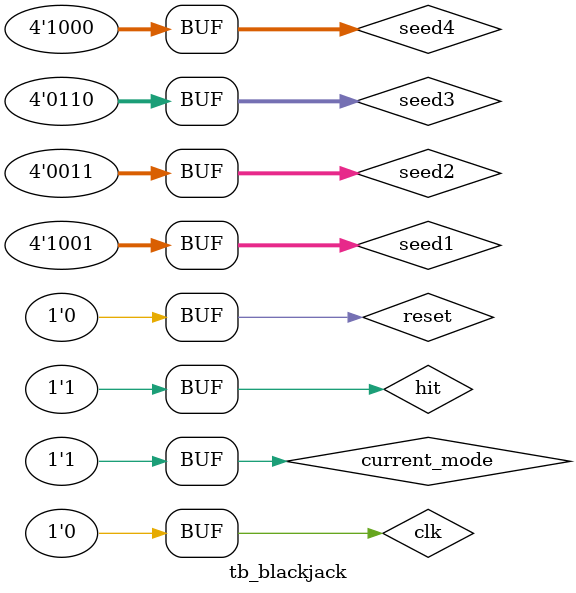
<source format=sv>
/*
Angelo Nolasco 
NHSE ID:5005497011
Cpe 200L section 1002
Dr.Sarah Harris
*/
module tb_blackjack();
	logic clk,reset;
	logic current_mode,hit,pass;
	logic [3:0] seed1,seed2,seed3,seed4;
	logic [3:0] num1;
	logic [3:0] num2;
	logic [3:0] num3;
	logic [3:0] num4;
	logic [7:0] handpl,handdl;
	logic winnerpl,loserpl,winnerdl,loserdl;
	logic [6:0] seg2pl,seg2dl,seg1pl,seg1dl;

	blackjack dut(clk,reset,current_mode,hit,pass,seed1,seed2,seed3,seed4,num1,num2,num3,num4,handpl,handdl,winnerpl,loserpl,
				  winnerdl,loserdl,seg2pl,seg2dl,seg1pl,seg1dl);
	
	
	always
	  begin
		clk = 1; #5; clk = 0; #5;
		
	  end
	
	initial 
		begin
		  seed1 = 4'd9;
		  seed2 = 4'd3;
		  seed3 =4'd6;
		  seed4 = 4'd8;
		  reset = 1; #10; 
		  reset = 0; current_mode = 1'b0; #10;
		  current_mode = 1'b1; #10;
		// current_mode = 1'b1; #10;
		hit = 1; #10;
		end
	

endmodule


</source>
